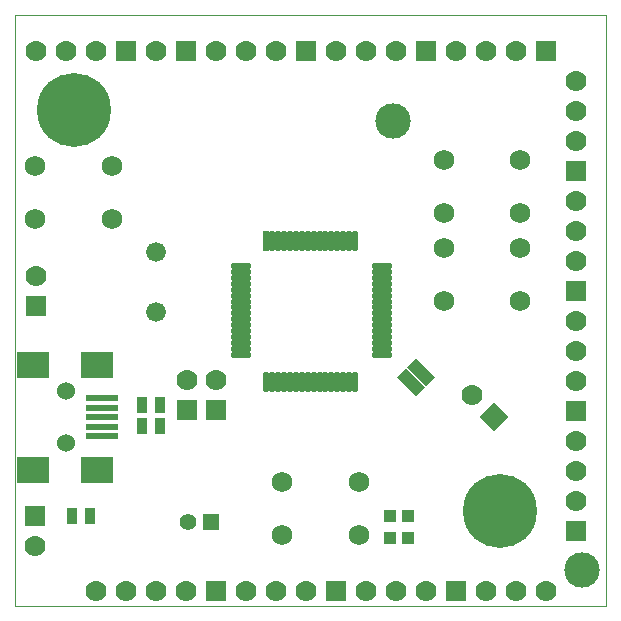
<source format=gbs>
G04 (created by PCBNEW-RS274X (2012-01-19 BZR 3256)-stable) date 07/08/2012 11:34:10*
G01*
G70*
G90*
%MOIN*%
G04 Gerber Fmt 3.4, Leading zero omitted, Abs format*
%FSLAX34Y34*%
G04 APERTURE LIST*
%ADD10C,0.006000*%
%ADD11C,0.003900*%
%ADD12R,0.055000X0.055000*%
%ADD13C,0.055000*%
%ADD14R,0.108400X0.088700*%
%ADD15R,0.110400X0.019900*%
%ADD16C,0.060000*%
%ADD17R,0.019800X0.070000*%
%ADD18O,0.019800X0.070000*%
%ADD19O,0.070000X0.019800*%
%ADD20R,0.070000X0.070000*%
%ADD21C,0.070000*%
%ADD22C,0.066000*%
%ADD23R,0.035000X0.055000*%
%ADD24R,0.041400X0.041400*%
%ADD25C,0.069100*%
%ADD26C,0.118200*%
%ADD27C,0.246200*%
G04 APERTURE END LIST*
G54D10*
G54D11*
X00000Y-19685D02*
X00000Y00000D01*
X19685Y-19685D02*
X00000Y-19685D01*
X19685Y00000D02*
X19685Y-19685D01*
X00000Y00000D02*
X19685Y00000D01*
G54D12*
X06536Y-16890D03*
G54D13*
X05748Y-16890D03*
G54D14*
X00591Y-15158D03*
X00591Y-11654D03*
X02737Y-15158D03*
X02737Y-11654D03*
G54D15*
X02894Y-13406D03*
X02894Y-13721D03*
X02894Y-14036D03*
X02894Y-13091D03*
X02894Y-12776D03*
G54D16*
X01674Y-14272D03*
X01674Y-12540D03*
G54D17*
X08367Y-07532D03*
G54D18*
X08564Y-07532D03*
X08761Y-07532D03*
X08958Y-07532D03*
X09155Y-07532D03*
X09351Y-07532D03*
X09548Y-07532D03*
X09745Y-07532D03*
X09942Y-07532D03*
X10139Y-07532D03*
X10336Y-07532D03*
X10532Y-07532D03*
X10729Y-07532D03*
X10926Y-07532D03*
X11123Y-07532D03*
X11320Y-07532D03*
G54D19*
X12218Y-08367D03*
X12218Y-08564D03*
X12218Y-08761D03*
X12218Y-08958D03*
X12218Y-09155D03*
X12218Y-09351D03*
X12218Y-09548D03*
X12218Y-09745D03*
X12218Y-09942D03*
X12218Y-10139D03*
X12218Y-10336D03*
X12218Y-10532D03*
X12218Y-10729D03*
X12218Y-10926D03*
X12218Y-11123D03*
X12218Y-11320D03*
G54D18*
X11320Y-12218D03*
X11123Y-12218D03*
X10926Y-12218D03*
X10729Y-12218D03*
X10532Y-12218D03*
X10336Y-12218D03*
X10139Y-12218D03*
X09942Y-12218D03*
X09745Y-12218D03*
X09548Y-12218D03*
X09351Y-12218D03*
X09155Y-12218D03*
X08958Y-12218D03*
X08761Y-12218D03*
X08564Y-12218D03*
X08367Y-12218D03*
G54D19*
X07532Y-11320D03*
X07532Y-11123D03*
X07532Y-10729D03*
X07525Y-10926D03*
X07532Y-10532D03*
X07532Y-10336D03*
X07532Y-10139D03*
X07532Y-09942D03*
X07532Y-09745D03*
X07532Y-09548D03*
X07532Y-09354D03*
X07532Y-09157D03*
X07532Y-08960D03*
X07532Y-08763D03*
X07532Y-08567D03*
X07532Y-08370D03*
G54D10*
G36*
X13982Y-12055D02*
X13689Y-12348D01*
X13062Y-11721D01*
X13355Y-11428D01*
X13982Y-12055D01*
X13982Y-12055D01*
G37*
G36*
X13648Y-12389D02*
X13355Y-12682D01*
X12728Y-12055D01*
X13021Y-11762D01*
X13648Y-12389D01*
X13648Y-12389D01*
G37*
G54D20*
X18689Y-17189D03*
G54D21*
X18689Y-16189D03*
X18689Y-15189D03*
X18689Y-14189D03*
G54D20*
X13689Y-01189D03*
G54D21*
X12689Y-01189D03*
X11689Y-01189D03*
X10689Y-01189D03*
G54D20*
X17689Y-01189D03*
G54D21*
X16689Y-01189D03*
X15689Y-01189D03*
X14689Y-01189D03*
G54D20*
X18689Y-13189D03*
G54D21*
X18689Y-12189D03*
X18689Y-11189D03*
X18689Y-10189D03*
G54D20*
X18689Y-05189D03*
G54D21*
X18689Y-04189D03*
X18689Y-03189D03*
X18689Y-02189D03*
G54D20*
X18689Y-09189D03*
G54D21*
X18689Y-08189D03*
X18689Y-07189D03*
X18689Y-06189D03*
G54D20*
X06689Y-19189D03*
G54D21*
X07689Y-19189D03*
X08689Y-19189D03*
X09689Y-19189D03*
G54D20*
X10689Y-19189D03*
G54D21*
X11689Y-19189D03*
X12689Y-19189D03*
X13689Y-19189D03*
G54D20*
X14689Y-19189D03*
G54D21*
X15689Y-19189D03*
X16689Y-19189D03*
X17689Y-19189D03*
G54D20*
X09689Y-01189D03*
G54D21*
X08689Y-01189D03*
X07689Y-01189D03*
X06689Y-01189D03*
G54D20*
X03689Y-01189D03*
G54D21*
X02689Y-01189D03*
X01689Y-01189D03*
X00689Y-01189D03*
X02689Y-19189D03*
X03689Y-19189D03*
X04689Y-19189D03*
X05689Y-19189D03*
G54D22*
X04689Y-09889D03*
X04689Y-07889D03*
G54D23*
X01889Y-16689D03*
X02489Y-16689D03*
X04228Y-13701D03*
X04828Y-13701D03*
X04228Y-12992D03*
X04828Y-12992D03*
G54D20*
X00639Y-16689D03*
G54D21*
X00639Y-17689D03*
G54D20*
X00689Y-09689D03*
G54D21*
X00689Y-08689D03*
G54D20*
X05689Y-01189D03*
G54D21*
X04689Y-01189D03*
G54D10*
G36*
X16440Y-13386D02*
X15945Y-13881D01*
X15450Y-13386D01*
X15945Y-12891D01*
X16440Y-13386D01*
X16440Y-13386D01*
G37*
G54D21*
X15237Y-12678D03*
G54D24*
X12500Y-17441D03*
X13090Y-17441D03*
X12500Y-16693D03*
X13090Y-16693D03*
G54D25*
X00649Y-06792D03*
X00649Y-05020D03*
X03209Y-05020D03*
X03209Y-06792D03*
X11438Y-15571D03*
X11438Y-17343D03*
X08878Y-17343D03*
X08878Y-15571D03*
G54D20*
X06693Y-13177D03*
G54D21*
X06693Y-12177D03*
G54D20*
X05709Y-13177D03*
G54D21*
X05709Y-12177D03*
G54D26*
X18898Y-18504D03*
X12598Y-03543D03*
G54D27*
X16142Y-16535D03*
X01969Y-03150D03*
G54D25*
X14271Y-06595D03*
X14271Y-04823D03*
X16831Y-04823D03*
X16831Y-06595D03*
X14271Y-09547D03*
X14271Y-07775D03*
X16831Y-07775D03*
X16831Y-09547D03*
M02*

</source>
